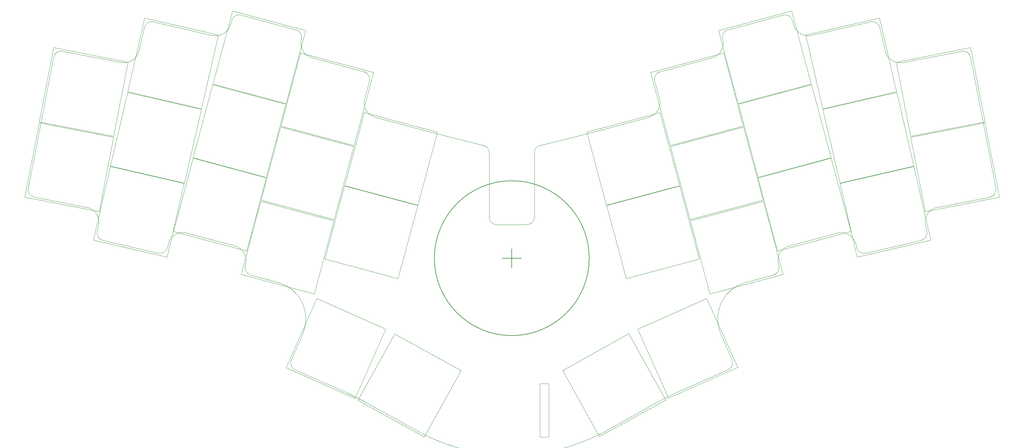
<source format=gbr>
G04 #@! TF.GenerationSoftware,KiCad,Pcbnew,7.0.2-0*
G04 #@! TF.CreationDate,2023-09-16T09:56:56+01:00*
G04 #@! TF.ProjectId,buteo-mx,62757465-6f2d-46d7-982e-6b696361645f,0.0.1*
G04 #@! TF.SameCoordinates,Original*
G04 #@! TF.FileFunction,Other,User*
%FSLAX46Y46*%
G04 Gerber Fmt 4.6, Leading zero omitted, Abs format (unit mm)*
G04 Created by KiCad (PCBNEW 7.0.2-0) date 2023-09-16 09:56:56*
%MOMM*%
%LPD*%
G01*
G04 APERTURE LIST*
%ADD10C,0.200000*%
%ADD11C,0.120000*%
G04 #@! TA.AperFunction,Profile*
%ADD12C,0.100000*%
G04 #@! TD*
G04 #@! TA.AperFunction,Profile*
%ADD13C,0.050000*%
G04 #@! TD*
G04 APERTURE END LIST*
D10*
X148989281Y-104890005D02*
X148989276Y-99810004D01*
X146449279Y-102350004D02*
X151529279Y-102349996D01*
X169439279Y-102350000D02*
G75*
G03*
X169439279Y-102350000I-20450000J0D01*
G01*
D11*
X69975956Y-56505663D02*
X89294473Y-61682044D01*
X89294473Y-61682044D02*
X84118092Y-81000561D01*
X84118092Y-81000561D02*
X64799575Y-75824180D01*
X64799575Y-75824180D02*
X69975956Y-56505663D01*
X203573132Y-42177103D02*
X222891649Y-37000722D01*
X222891649Y-37000722D02*
X228068030Y-56319239D01*
X228068030Y-56319239D02*
X208749513Y-61495620D01*
X208749513Y-61495620D02*
X203573132Y-42177103D01*
X64775923Y-75912466D02*
X84094440Y-81088847D01*
X84094440Y-81088847D02*
X78918059Y-100407364D01*
X78918059Y-100407364D02*
X59599542Y-95230983D01*
X59599542Y-95230983D02*
X64775923Y-75912466D01*
X208799469Y-61682044D02*
X228117986Y-56505663D01*
X228117986Y-56505663D02*
X233294367Y-75824180D01*
X233294367Y-75824180D02*
X213975850Y-81000561D01*
X213975850Y-81000561D02*
X208799469Y-61682044D01*
X93158557Y-48104914D02*
X112477074Y-53281295D01*
X112477074Y-53281295D02*
X107300693Y-72599812D01*
X107300693Y-72599812D02*
X87982176Y-67423431D01*
X87982176Y-67423431D02*
X93158557Y-48104914D01*
X109980092Y-63832823D02*
X129298609Y-69009204D01*
X129298609Y-69009204D02*
X124122228Y-88327721D01*
X124122228Y-88327721D02*
X104803711Y-83151340D01*
X104803711Y-83151340D02*
X109980092Y-63832823D01*
X226591145Y-43365349D02*
X246078546Y-38866328D01*
X246078546Y-38866328D02*
X250577567Y-58353729D01*
X250577567Y-58353729D02*
X231090166Y-62852750D01*
X231090166Y-62852750D02*
X226591145Y-43365349D01*
X254318520Y-70377327D02*
X273951064Y-66561147D01*
X273951064Y-66561147D02*
X277767244Y-86193691D01*
X277767244Y-86193691D02*
X258134700Y-90009871D01*
X258134700Y-90009871D02*
X254318520Y-70377327D01*
X173987797Y-88391471D02*
X193306314Y-83215090D01*
X193306314Y-83215090D02*
X198482695Y-102533607D01*
X198482695Y-102533607D02*
X179164178Y-107709988D01*
X179164178Y-107709988D02*
X173987797Y-88391471D01*
X185616866Y-53281295D02*
X204935383Y-48104914D01*
X204935383Y-48104914D02*
X210111764Y-67423431D01*
X210111764Y-67423431D02*
X190793247Y-72599812D01*
X190793247Y-72599812D02*
X185616866Y-53281295D01*
X75201294Y-37000727D02*
X94519811Y-42177108D01*
X94519811Y-42177108D02*
X89343430Y-61495625D01*
X89343430Y-61495625D02*
X70024913Y-56319244D01*
X70024913Y-56319244D02*
X75201294Y-37000727D01*
X231123562Y-62997403D02*
X250610963Y-58498382D01*
X250610963Y-58498382D02*
X255109984Y-77985783D01*
X255109984Y-77985783D02*
X235622583Y-82484804D01*
X235622583Y-82484804D02*
X231123562Y-62997403D01*
X190854330Y-72827772D02*
X210172847Y-67651391D01*
X210172847Y-67651391D02*
X215349228Y-86969908D01*
X215349228Y-86969908D02*
X196030711Y-92146289D01*
X196030711Y-92146289D02*
X190854330Y-72827772D01*
X196113533Y-92455381D02*
X215432050Y-87279000D01*
X215432050Y-87279000D02*
X220608431Y-106597517D01*
X220608431Y-106597517D02*
X201289914Y-111773898D01*
X201289914Y-111773898D02*
X196113533Y-92455381D01*
X104787629Y-83215084D02*
X124106146Y-88391465D01*
X124106146Y-88391465D02*
X118929765Y-107709982D01*
X118929765Y-107709982D02*
X99611248Y-102533601D01*
X99611248Y-102533601D02*
X104787629Y-83215084D01*
X42969112Y-78050091D02*
X62456513Y-82549112D01*
X62456513Y-82549112D02*
X57957492Y-102036513D01*
X57957492Y-102036513D02*
X38470091Y-97537492D01*
X38470091Y-97537492D02*
X42969112Y-78050091D01*
X47482980Y-58498381D02*
X66970381Y-62997402D01*
X66970381Y-62997402D02*
X62471360Y-82484803D01*
X62471360Y-82484803D02*
X42983959Y-77985782D01*
X42983959Y-77985782D02*
X47482980Y-58498381D01*
X213999503Y-81088847D02*
X233318020Y-75912466D01*
X233318020Y-75912466D02*
X238494401Y-95230983D01*
X238494401Y-95230983D02*
X219175884Y-100407364D01*
X219175884Y-100407364D02*
X213999503Y-81088847D01*
X24142876Y-66561144D02*
X43775420Y-70377324D01*
X43775420Y-70377324D02*
X39959240Y-90009868D01*
X39959240Y-90009868D02*
X20326696Y-86193688D01*
X20326696Y-86193688D02*
X24142876Y-66561144D01*
X235637431Y-82549112D02*
X255124832Y-78050091D01*
X255124832Y-78050091D02*
X259623853Y-97537492D01*
X259623853Y-97537492D02*
X240136452Y-102036513D01*
X240136452Y-102036513D02*
X235637431Y-82549112D01*
X250460169Y-50527825D02*
X270092713Y-46711645D01*
X270092713Y-46711645D02*
X273908893Y-66344189D01*
X273908893Y-66344189D02*
X254276349Y-70160369D01*
X254276349Y-70160369D02*
X250460169Y-50527825D01*
X28001232Y-46711640D02*
X47633776Y-50527820D01*
X47633776Y-50527820D02*
X43817596Y-70160364D01*
X43817596Y-70160364D02*
X24185052Y-66344184D01*
X24185052Y-66344184D02*
X28001232Y-46711640D01*
X168793329Y-69009204D02*
X188111846Y-63832823D01*
X188111846Y-63832823D02*
X193288227Y-83151340D01*
X193288227Y-83151340D02*
X173969710Y-88327721D01*
X173969710Y-88327721D02*
X168793329Y-69009204D01*
X82661898Y-87279004D02*
X101980415Y-92455385D01*
X101980415Y-92455385D02*
X96804034Y-111773902D01*
X96804034Y-111773902D02*
X77485517Y-106597521D01*
X77485517Y-106597521D02*
X82661898Y-87279004D01*
X107585080Y-139392651D02*
X89314171Y-131257918D01*
X89314171Y-131257918D02*
X97448904Y-112987009D01*
X97448904Y-112987009D02*
X115719813Y-121121742D01*
X115719813Y-121121742D02*
X107585080Y-139392651D01*
X87921098Y-67651389D02*
X107239615Y-72827770D01*
X107239615Y-72827770D02*
X102063234Y-92146287D01*
X102063234Y-92146287D02*
X82744717Y-86969906D01*
X82744717Y-86969906D02*
X87921098Y-67651389D01*
X208604791Y-131197395D02*
X190333882Y-139332128D01*
X190333882Y-139332128D02*
X182199149Y-121061219D01*
X182199149Y-121061219D02*
X200470058Y-112926486D01*
X200470058Y-112926486D02*
X208604791Y-131197395D01*
X125847517Y-149545434D02*
X108355123Y-139849242D01*
X108355123Y-139849242D02*
X118051315Y-122356848D01*
X118051315Y-122356848D02*
X135543709Y-132053040D01*
X135543709Y-132053040D02*
X125847517Y-149545434D01*
X52015394Y-38866332D02*
X71502795Y-43365353D01*
X71502795Y-43365353D02*
X67003774Y-62852754D01*
X67003774Y-62852754D02*
X47516373Y-58353733D01*
X47516373Y-58353733D02*
X52015394Y-38866332D01*
X189563841Y-139788729D02*
X172071447Y-149484921D01*
X172071447Y-149484921D02*
X162375255Y-131992527D01*
X162375255Y-131992527D02*
X179867649Y-122296335D01*
X179867649Y-122296335D02*
X189563841Y-139788729D01*
D12*
X75019848Y-39514221D02*
X75019848Y-39514221D01*
G75*
G02*
X77469264Y-38100190I1931752J-517679D01*
G01*
X92007698Y-41995541D01*
G75*
G02*
X93421874Y-44445293I-517298J-1931659D01*
G01*
X93403616Y-44513396D01*
G75*
G03*
X96229196Y-49412140I3863484J-1035804D01*
G01*
X109962304Y-53102269D01*
G75*
G02*
X111375362Y-55550639I-519104J-1931531D01*
G01*
X110125223Y-60223461D01*
G75*
G03*
X112952849Y-65120622I3864077J-1033839D01*
G01*
X126554736Y-68769774D01*
X141493773Y-72540786D01*
G75*
G02*
X143004275Y-74479963I-489473J-1939214D01*
G01*
X143004270Y-91496080D01*
G75*
G03*
X145004277Y-93496080I2000030J80D01*
G01*
X152942277Y-93496082D01*
G75*
G03*
X154942276Y-91496080I-77J2000082D01*
G01*
X154942275Y-74482970D01*
G75*
G02*
X156456402Y-72542885I2000125J-130D01*
G01*
X171561694Y-68759953D01*
X185140473Y-65120152D01*
G75*
G03*
X187968576Y-60221432I-1035673J3863652D01*
G01*
X186716706Y-55548585D01*
G75*
G02*
X188130483Y-53099298I1931894J517585D01*
G01*
X201863874Y-49415976D01*
G75*
G03*
X204692330Y-44520747I-1036174J3863476D01*
G01*
X204671633Y-44443234D01*
G75*
G02*
X206086445Y-41995462I1932067J516034D01*
G01*
X220625206Y-38100833D01*
G75*
G02*
X223074331Y-39514204I517394J-1932067D01*
G01*
X223373538Y-40628824D01*
G75*
G03*
X228134849Y-43489668I3863362J1037224D01*
G01*
X243775891Y-39885943D01*
G75*
G02*
X246173706Y-41385106I449309J-1948457D01*
G01*
X247615630Y-47632633D01*
G75*
G03*
X252275699Y-50659735I3897670J899733D01*
G01*
X267751688Y-47654405D01*
G75*
G02*
X270096165Y-49235930I381212J-1963395D01*
G01*
X276827782Y-83850240D01*
G75*
G02*
X275246455Y-86195241I-1963182J-381760D01*
G01*
X261389248Y-88890826D01*
G75*
G03*
X258255474Y-93716694I763652J-3926274D01*
G01*
X258605360Y-95232831D01*
G75*
G02*
X257106154Y-97631381I-1949060J-449569D01*
G01*
X242442988Y-101013985D01*
G75*
G02*
X240044409Y-99513893I-449688J1948685D01*
G01*
X239848200Y-98661680D01*
G75*
G03*
X234914668Y-95695488I-3898100J-897520D01*
G01*
X222247459Y-99090485D01*
G75*
G03*
X219418467Y-103986408I1035541J-3863615D01*
G01*
X219510713Y-104331743D01*
G75*
G02*
X218096918Y-106779518I-1932413J-516057D01*
G01*
X216383740Y-107239340D01*
X210741466Y-108749801D01*
G75*
G03*
X204188664Y-122469540I2585934J-9659799D01*
G01*
X206560916Y-127809457D01*
X207149443Y-129136041D01*
G75*
G02*
X206136819Y-131773263I-1828143J-811059D01*
G01*
X192231112Y-137983362D01*
G75*
G03*
X187509206Y-140346558I24468188J-54788938D01*
G01*
X172258612Y-148837988D01*
G75*
G02*
X125661812Y-148899313I-23359232J46191598D01*
G01*
X110217662Y-140307463D01*
G75*
G03*
X105488136Y-137942971I-29169862J-52434037D01*
G01*
X91770766Y-131824992D01*
G75*
G02*
X90758416Y-129184753I814634J1826592D01*
G01*
X91380086Y-127788882D01*
X93760947Y-122436969D01*
G75*
G03*
X87214227Y-108713619I-9136667J4064589D01*
G01*
X81563229Y-107198321D01*
X79999411Y-106778909D01*
G75*
G02*
X78584759Y-104336670I512289J1927609D01*
G01*
X78677005Y-103991335D01*
G75*
G03*
X75848013Y-99095412I-3864515J1032275D01*
G01*
X63446889Y-95768581D01*
X63179107Y-95697082D01*
G75*
G03*
X58250117Y-98660165I-1031867J-3864668D01*
G01*
X58051443Y-99518990D01*
G75*
G02*
X55652972Y-101016969I-1948643J450990D01*
G01*
X40989080Y-97631336D01*
G75*
G02*
X39490253Y-95232754I449720J1948636D01*
G01*
X39839496Y-93719832D01*
G75*
G03*
X36707977Y-88894167I-3897346J899802D01*
G01*
X22851455Y-86190642D01*
G75*
G02*
X21271156Y-83846249I383145J1963042D01*
G01*
X27995360Y-49232598D01*
G75*
G02*
X30340180Y-47650724I1963290J-381392D01*
G01*
X45822586Y-50659455D01*
G75*
G03*
X50483397Y-47631497I763014J3926555D01*
G01*
X51923204Y-41386183D01*
G75*
G02*
X54322379Y-39886834I1948896J-449317D01*
G01*
X69954565Y-43499125D01*
G75*
G03*
X74718753Y-40637478I900535J3897425D01*
G01*
X75019848Y-39514221D01*
D13*
X156375000Y-135760000D02*
X156375000Y-149360000D01*
X156675000Y-149660000D02*
X158475000Y-149660000D01*
X158475000Y-135460000D02*
X156675000Y-135460000D01*
X158775000Y-149360000D02*
X158775000Y-135760000D01*
X156675000Y-135460000D02*
G75*
G03*
X156375000Y-135760000I0J-300000D01*
G01*
X156375000Y-149360000D02*
G75*
G03*
X156675000Y-149660000I300000J0D01*
G01*
X158775000Y-135760000D02*
G75*
G03*
X158475000Y-135460000I-300000J0D01*
G01*
X158475000Y-149660000D02*
G75*
G03*
X158775000Y-149360000I0J300000D01*
G01*
M02*

</source>
